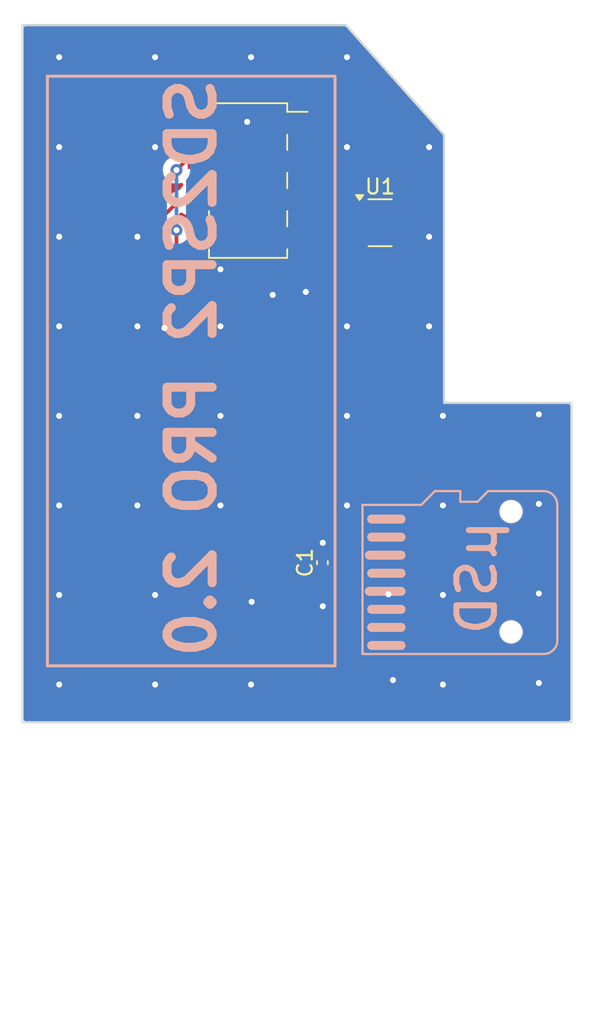
<source format=kicad_pcb>
(kicad_pcb (version 20240108) (generator "pcbnew") (generator_version "8.0")
  (layers (0 "F.Cu" signal) (31 "B.Cu" signal) (34 "B.Paste" user) (35 "F.Paste" user) (36 "B.SilkS" user "B.Silkscreen") (37 "F.SilkS" user "F.Silkscreen") (38 "B.Mask" user) (39 "F.Mask" user) (44 "Edge.Cuts" user))
  (net 0 "")
  (net 1 "/+3.3")
  (net 2 "GND")
  (net 3 "/DI")
  (net 4 "/CS")
  (net 6 "/DO")
  (net 7 "/CLK")
  (net 9 "Net-(J3-CMD)")
  (footprint "Capacitor_SMD:C_0402_1005Metric" (layer "F.Cu") (at 94.0054 90.3986 90)
    (property "Reference" "C1" (at 0 -1.16 90) (layer "F.SilkS"))
    (property "Value" "22u")
    (fp_line (start -0.107836 -0.36) (end 0.107836 -0.36) (stroke (width 0.12)) (layer "F.SilkS"))
    (fp_line (start -0.107836 0.36) (end 0.107836 0.36) (stroke (width 0.12)) (layer "F.SilkS"))
    (pad "1" smd roundrect (at -0.48 0 90) (size 0.56 0.62) (layers "F.Cu" "F.Paste" "F.Mask") (net 1 "/+3.3"))
    (pad "2" smd roundrect (at 0.48 0 90) (size 0.56 0.62) (layers "F.Cu" "F.Paste" "F.Mask") (net 2 "GND"))
  )
  (footprint "Connector_PinSocket_2.54mm:PinSocket_2x04_P2.54mm_Vertical_SMD" (layer "F.Cu") (at 89.064 65)
    (property "Reference" "J2")
    (property "Value" "Conn_02x04_Odd_Even")
    (fp_line (start -2.6 -5.14) (end -2.6 -4.57) (stroke (width 0.12)) (layer "F.SilkS"))
    (fp_line (start -2.6 -5.14) (end 2.6 -5.14) (stroke (width 0.12)) (layer "F.SilkS"))
    (fp_line (start -2.6 -3.05) (end -2.6 -2.03) (stroke (width 0.12)) (layer "F.SilkS"))
    (fp_line (start -2.6 -0.51) (end -2.6 0.51) (stroke (width 0.12)) (layer "F.SilkS"))
    (fp_line (start -2.6 2.03) (end -2.6 3.05) (stroke (width 0.12)) (layer "F.SilkS"))
    (fp_line (start -2.6 4.57) (end -2.6 5.14) (stroke (width 0.12)) (layer "F.SilkS"))
    (fp_line (start -2.6 5.14) (end 2.6 5.14) (stroke (width 0.12)) (layer "F.SilkS"))
    (fp_line (start 2.6 -5.14) (end 2.6 -4.57) (stroke (width 0.12)) (layer "F.SilkS"))
    (fp_line (start 2.6 -4.57) (end 3.96 -4.57) (stroke (width 0.12)) (layer "F.SilkS"))
    (fp_line (start 2.6 -3.05) (end 2.6 -2.03) (stroke (width 0.12)) (layer "F.SilkS"))
    (fp_line (start 2.6 -0.51) (end 2.6 0.51) (stroke (width 0.12)) (layer "F.SilkS"))
    (fp_line (start 2.6 2.03) (end 2.6 3.05) (stroke (width 0.12)) (layer "F.SilkS"))
    (fp_line (start 2.6 4.57) (end 2.6 5.14) (stroke (width 0.12)) (layer "F.SilkS"))
    (pad "1" smd rect (at 2.52 -3.81) (size 3 1) (layers "F.Cu" "F.Paste" "F.Mask") (net 1 "/+3.3"))
    (pad "2" smd rect (at -2.52 -3.81) (size 3 1) (layers "F.Cu" "F.Paste" "F.Mask") (net 2 "GND"))
    (pad "3" smd rect (at 2.52 -1.27) (size 3 1) (layers "F.Cu" "F.Paste" "F.Mask"))
    (pad "4" smd rect (at -2.52 -1.27) (size 3 1) (layers "F.Cu" "F.Paste" "F.Mask") (net 7 "/CLK"))
    (pad "5" smd rect (at 2.52 1.27) (size 3 1) (layers "F.Cu" "F.Paste" "F.Mask") (net 6 "/DO"))
    (pad "6" smd rect (at -2.52 1.27) (size 3 1) (layers "F.Cu" "F.Paste" "F.Mask") (net 3 "/DI"))
    (pad "7" smd rect (at 2.52 3.81) (size 3 1) (layers "F.Cu" "F.Paste" "F.Mask") (net 4 "/CS"))
    (pad "8" smd rect (at -2.52 3.81) (size 3 1) (layers "F.Cu" "F.Paste" "F.Mask") (net 2 "GND"))
  )
  (footprint "VideoGames_KiCad6:Micro_SD_C113206" (layer "F.Cu") (at 95.8 87.8 90)
    (property "Reference" "J3")
    (property "Value" "Micro_SD_Card")
    (pad "" np_thru_hole circle (at -7.2 10.75 90) (size 1.05 1.05) (drill 1.05) (layers "*.Cu" "*.Mask"))
    (pad "" np_thru_hole circle (at 0.8 10.75 90) (size 1.05 1.05) (drill 1.05) (layers "*.Cu" "*.Mask"))
    (pad "1" smd rect (at 0 -0.25 90) (size 0.7 1.6) (layers "F.Cu" "F.Paste" "F.Mask"))
    (pad "2" smd rect (at -1.1 -0.25 90) (size 0.7 1.6) (layers "F.Cu" "F.Paste" "F.Mask") (net 2 "GND"))
    (pad "3" smd rect (at -2.2 -0.25 90) (size 0.7 1.6) (layers "F.Cu" "F.Paste" "F.Mask") (net 9 "Net-(J3-CMD)"))
    (pad "4" smd rect (at -3.3 -0.25 90) (size 0.7 1.6) (layers "F.Cu" "F.Paste" "F.Mask") (net 1 "/+3.3"))
    (pad "5" smd rect (at -4.4 -0.25 90) (size 0.7 1.6) (layers "F.Cu" "F.Paste" "F.Mask") (net 7 "/CLK"))
    (pad "6" smd rect (at -5.5 -0.25 90) (size 0.7 1.6) (layers "F.Cu" "F.Paste" "F.Mask") (net 2 "GND"))
    (pad "7" smd rect (at -6.6 -0.25 90) (size 0.7 1.6) (layers "F.Cu" "F.Paste" "F.Mask") (net 3 "/DI"))
    (pad "8" smd rect (at -7.7 -0.25 90) (size 0.7 1.6) (layers "F.Cu" "F.Paste" "F.Mask"))
    (pad "9" smd rect (at -8.8 -0.25 90) (size 0.7 1.6) (layers "F.Cu" "F.Paste" "F.Mask") (net 2 "GND"))
    (pad "SH" smd rect (at -10.2 0.5 90) (size 1.6 1.5) (layers "F.Cu" "F.Paste" "F.Mask"))
    (pad "SH" smd rect (at -10 10.35 90) (size 1.2 2.2) (layers "F.Cu" "F.Paste" "F.Mask"))
    (pad "SH" smd rect (at 4.6 0.5 90) (size 1.6 1.5) (layers "F.Cu" "F.Paste" "F.Mask"))
    (pad "SH" smd rect (at 5.5 10.35 90) (size 1.2 2.2) (layers "F.Cu" "F.Paste" "F.Mask"))
  )
  (footprint "Package_TO_SOT_SMD:SC-74A-5_1.55x2.9mm_P0.95mm" (layer "F.Cu") (at 97.8408 67.8039)
    (property "Reference" "U1" (at 0 -2.4 0) (layer "F.SilkS"))
    (property "Value" "74AHC1G32")
    (fp_line (start 0 -1.56) (end -0.775 -1.56) (stroke (width 0.12)) (layer "F.SilkS"))
    (fp_line (start 0 -1.56) (end 0.775 -1.56) (stroke (width 0.12)) (layer "F.SilkS"))
    (fp_line (start 0 1.56) (end -0.775 1.56) (stroke (width 0.12)) (layer "F.SilkS"))
    (fp_line (start 0 1.56) (end 0.775 1.56) (stroke (width 0.12)) (layer "F.SilkS"))
    (fp_poly (pts (xy -1.3625 -1.51) (xy -1.6025 -1.84) (xy -1.1225 -1.84) (xy -1.3625 -1.51)) (stroke (width 0.12)) (fill solid) (layer "F.SilkS"))
    (pad "1" smd roundrect (at -1.15 -0.95) (size 1.6 0.6) (layers "F.Cu" "F.Paste" "F.Mask") (net 6 "/DO"))
    (pad "2" smd roundrect (at -1.15 0) (size 1.6 0.6) (layers "F.Cu" "F.Paste" "F.Mask") (net 4 "/CS"))
    (pad "3" smd roundrect (at -1.15 0.95) (size 1.6 0.6) (layers "F.Cu" "F.Paste" "F.Mask") (net 2 "GND"))
    (pad "4" smd roundrect (at 1.15 0.95) (size 1.6 0.6) (layers "F.Cu" "F.Paste" "F.Mask") (net 9 "Net-(J3-CMD)"))
    (pad "5" smd roundrect (at 1.15 -0.95) (size 1.6 0.6) (layers "F.Cu" "F.Paste" "F.Mask") (net 1 "/+3.3"))
  )
  (gr_line (start 101.482047 85.640046) (end 103.1748 85.640046) (stroke (width 0.15)) (layer "B.SilkS"))
  (gr_line (start 101.482047 85.640046) (end 100.584 86.5566) (stroke (width 0.15)) (layer "B.SilkS"))
  (gr_line (start 97.2804 91.1008) (end 99.2362 91.1008) (stroke (width 0.6)) (layer "B.SilkS"))
  (gr_line (start 96.6724 86.5566) (end 96.6724 96.4692) (stroke (width 0.15)) (layer "B.SilkS"))
  (gr_line (start 97.1296 92.3008) (end 99.2362 92.3008) (stroke (width 0.6)) (layer "B.SilkS"))
  (gr_line (start 103.1748 86.351246) (end 103.1748 85.640046) (stroke (width 0.15)) (layer "B.SilkS"))
  (gr_line (start 97.1296 89.9008) (end 99.2362 89.9008) (stroke (width 0.6)) (layer "B.SilkS"))
  (gr_line (start 105.029 85.640046) (end 104.3178 86.351246) (stroke (width 0.15)) (layer "B.SilkS"))
  (gr_line (start 96.6724 96.4692) (end 98.0948 96.4692) (stroke (width 0.15)) (layer "B.SilkS"))
  (gr_line (start 97.2804 94.7008) (end 99.2362 94.7008) (stroke (width 0.6)) (layer "B.SilkS"))
  (gr_line (start 97.2804 95.9008) (end 99.2362 95.9008) (stroke (width 0.6)) (layer "B.SilkS"))
  (gr_line (start 97.2804 88.7008) (end 99.2362 88.7008) (stroke (width 0.6)) (layer "B.SilkS"))
  (gr_rect (start 75.7174 58.0644) (end 94.8436 97.2566) (stroke (width 0.2)) (fill none) (layer "B.SilkS"))
  (gr_line (start 100.584 86.5566) (end 96.6724 86.5566) (stroke (width 0.15)) (layer "B.SilkS"))
  (gr_line (start 108.712 85.640046) (end 105.029 85.640046) (stroke (width 0.15)) (layer "B.SilkS"))
  (gr_line (start 98.0948 96.4692) (end 108.7374 96.4692) (stroke (width 0.15)) (layer "B.SilkS"))
  (gr_line (start 97.2804 93.5008) (end 99.2362 93.5008) (stroke (width 0.6)) (layer "B.SilkS"))
  (gr_line (start 97.2804 87.5008) (end 99.2362 87.5008) (stroke (width 0.6)) (layer "B.SilkS"))
  (gr_line (start 109.626752 95.5548) (end 109.626752 86.554798) (stroke (width 0.15)) (layer "B.SilkS"))
  (gr_line (start 104.3178 86.351246) (end 103.1748 86.351246) (stroke (width 0.15)) (layer "B.SilkS"))
  (gr_arc (start 108.712 85.640046) (mid 109.358827 85.907971) (end 109.626752 86.554798) (stroke (width 0.15)) (layer "B.SilkS"))
  (gr_arc (start 109.626752 95.5548) (mid 109.358827 96.201627) (end 108.712 96.469552) (stroke (width 0.15)) (layer "B.SilkS"))
  (gr_line (start 102.1 61.97) (end 102.1 79.78) (stroke (width 0.15)) (layer "Edge.Cuts"))
  (gr_line (start 102.1 79.78) (end 110.564286 79.78) (stroke (width 0.15)) (layer "Edge.Cuts"))
  (gr_line (start 110.564286 101) (end 110.564286 79.78) (stroke (width 0.15)) (layer "Edge.Cuts"))
  (gr_line (start 74.064286 54.67) (end 74.064286 101) (stroke (width 0.15)) (layer "Edge.Cuts"))
  (gr_line (start 74.064286 54.67) (end 95.564286 54.67) (stroke (width 0.15)) (layer "Edge.Cuts"))
  (gr_line (start 74.064286 101) (end 110.564286 101) (stroke (width 0.15)) (layer "Edge.Cuts"))
  (gr_line (start 95.564286 54.67) (end 102.1 61.97) (stroke (width 0.15)) (layer "Edge.Cuts"))
  (gr_text "SD2SP2 PRO 2.0" (at 87.0712 57.912 90) (layer "B.SilkS") (effects (font (size 3 3) (thickness 0.6) (bold yes)) (justify left bottom mirror)))
  (gr_text "µSD" (at 105.7402 87.376 90) (layer "B.SilkS") (effects (font (size 2.5 2.5) (thickness 0.4)) (justify left bottom mirror)))
  (segment (start 91.733953 91.1) (end 88.8 88.166047) (width 1) (layer "F.Cu") (net 1))
  (segment (start 98.9908 63.1514) (end 98.9908 66.8539) (width 1) (layer "F.Cu") (net 1))
  (segment (start 88.8 88.166047) (end 88.8 63.114978) (width 1) (layer "F.Cu") (net 1))
  (segment (start 90.724978 61.19) (end 91.584 61.19) (width 1) (layer "F.Cu") (net 1))
  (segment (start 97.0294 61.19) (end 98.9908 63.1514) (width 1) (layer "F.Cu") (net 1))
  (segment (start 88.8 63.114978) (end 90.724978 61.19) (width 1) (layer "F.Cu") (net 1))
  (segment (start 91.584 61.19) (end 97.0294 61.19) (width 1) (layer "F.Cu") (net 1))
  (segment (start 95.55 91.1) (end 91.733953 91.1) (width 1) (layer "F.Cu") (net 1))
  (via (at 101.1 62.780569) (size 0.8) (drill 0.4) (layers "F.Cu" "B.Cu") (net 2))
  (via (at 108.4 98.399585) (size 0.8) (drill 0.4) (layers "F.Cu" "B.Cu") (net 2))
  (via (at 76.5 68.733739) (size 0.8) (drill 0.4) (layers "F.Cu" "B.Cu") (net 2))
  (via (at 82.88 98.499585) (size 0.8) (drill 0.4) (layers "F.Cu" "B.Cu") (net 2))
  (via (at 102.02 98.499585) (size 0.8) (drill 0.4) (layers "F.Cu" "B.Cu") (net 2))
  (via (at 95.64 62.780569) (size 0.8) (drill 0.4) (layers "F.Cu" "B.Cu") (net 2))
  (via (at 108.4 92.446416) (size 0.8) (drill 0.4) (layers "F.Cu" "B.Cu") (net 2))
  (via (at 98.69756 98.2) (size 0.8) (drill 0.4) (layers "F.Cu" "B.Cu") (net 2))
  (via (at 95.64 86.593247) (size 0.8) (drill 0.4) (layers "F.Cu" "B.Cu") (net 2))
  (via (at 81.7 80.640077) (size 0.8) (drill 0.4) (layers "F.Cu" "B.Cu") (net 2))
  (via (at 108.4 86.493247) (size 0.8) (drill 0.4) (layers "F.Cu" "B.Cu") (net 2))
  (via (at 101.1 68.733739) (size 0.8) (drill 0.4) (layers "F.Cu" "B.Cu") (net 2))
  (via (at 76.5 86.593247) (size 0.8) (drill 0.4) (layers "F.Cu" "B.Cu") (net 2))
  (via (at 102.02 92.546416) (size 0.8) (drill 0.4) (layers "F.Cu" "B.Cu") (net 2))
  (via (at 87.224879 70.9) (size 0.8) (drill 0.4) (layers "F.Cu" "B.Cu") (net 2))
  (via (at 94.0308 89.0778) (size 0.8) (drill 0.4) (layers "F.Cu" "B.Cu") (net 2))
  (via (at 102.02 86.593247) (size 0.8) (drill 0.4) (layers "F.Cu" "B.Cu") (net 2))
  (via (at 81.7 68.733739) (size 0.8) (drill 0.4) (layers "F.Cu" "B.Cu") (net 2))
  (via (at 95.64 56.8) (size 0.8) (drill 0.4) (layers "F.Cu" "B.Cu") (net 2))
  (via (at 89.3 93) (size 0.8) (drill 0.4) (layers "F.Cu" "B.Cu") (net 2))
  (via (at 76.5 80.640077) (size 0.8) (drill 0.4) (layers "F.Cu" "B.Cu") (net 2))
  (via (at 89.26 98.499585) (size 0.8) (drill 0.4) (layers "F.Cu" "B.Cu") (net 2))
  (via (at 76.5 56.8) (size 0.8) (drill 0.4) (layers "F.Cu" "B.Cu") (net 2))
  (via (at 98.39756 92.5) (size 0.8) (drill 0.4) (layers "F.Cu" "B.Cu") (net 2))
  (via (at 87.224879 86.593247) (size 0.8) (drill 0.4) (layers "F.Cu" "B.Cu") (net 2))
  (via (at 108.4 80.540077) (size 0.8) (drill 0.4) (layers "F.Cu" "B.Cu") (net 2))
  (via (at 92.9 72.4) (size 0.8) (drill 0.4) (layers "F.Cu" "B.Cu") (net 2))
  (via (at 76.5 62.780569) (size 0.8) (drill 0.4) (layers "F.Cu" "B.Cu") (net 2))
  (via (at 95.64 74.686908) (size 0.8) (drill 0.4) (layers "F.Cu" "B.Cu") (net 2))
  (via (at 87.224879 80.640077) (size 0.8) (drill 0.4) (layers "F.Cu" "B.Cu") (net 2))
  (via (at 87.224879 74.686908) (size 0.8) (drill 0.4) (layers "F.Cu" "B.Cu") (net 2))
  (via (at 82.88 62.780569) (size 0.8) (drill 0.4) (layers "F.Cu" "B.Cu") (net 2))
  (via (at 89 61.1) (size 0.8) (drill 0.4) (layers "F.Cu" "B.Cu") (net 2))
  (via (at 89.26 56.8) (size 0.8) (drill 0.4) (layers "F.Cu" "B.Cu") (net 2))
  (via (at 81.7 86.593247) (size 0.8) (drill 0.4) (layers "F.Cu" "B.Cu") (net 2))
  (via (at 102.02 80.640077) (size 0.8) (drill 0.4) (layers "F.Cu" "B.Cu") (net 2))
  (via (at 82.88 56.8) (size 0.8) (drill 0.4) (layers "F.Cu" "B.Cu") (net 2))
  (via (at 83.5 74.8) (size 0.8) (drill 0.4) (layers "F.Cu" "B.Cu") (net 2))
  (via (at 90.7 72.6) (size 0.8) (drill 0.4) (layers "F.Cu" "B.Cu") (net 2))
  (via (at 94.0308 93.2942) (size 0.8) (drill 0.4) (layers "F.Cu" "B.Cu") (net 2))
  (via (at 81.7 74.686908) (size 0.8) (drill 0.4) (layers "F.Cu" "B.Cu") (net 2))
  (via (at 82.88 92.546416) (size 0.8) (drill 0.4) (layers "F.Cu" "B.Cu") (net 2))
  (via (at 76.5 98.499585) (size 0.8) (drill 0.4) (layers "F.Cu" "B.Cu") (net 2))
  (via (at 95.64 80.640077) (size 0.8) (drill 0.4) (layers "F.Cu" "B.Cu") (net 2))
  (via (at 101.1 74.686908) (size 0.8) (drill 0.4) (layers "F.Cu" "B.Cu") (net 2))
  (via (at 76.5 92.546416) (size 0.8) (drill 0.4) (layers "F.Cu" "B.Cu") (net 2))
  (via (at 76.5 74.686908) (size 0.8) (drill 0.4) (layers "F.Cu" "B.Cu") (net 2))
  (segment (start 82.604283 74.386805) (end 82.604283 88.504283) (width 0.25) (layer "F.Cu") (net 3))
  (segment (start 82.6 74.382522) (end 82.604283 74.386805) (width 0.25) (layer "F.Cu") (net 3))
  (segment (start 82.604283 69.033842) (end 82.6 69.038125) (width 0.25) (layer "F.Cu") (net 3))
  (segment (start 88.5 94.4) (end 95.55 94.4) (width 0.25) (layer "F.Cu") (net 3))
  (segment (start 82.6 68.2) (end 82.6 68.429353) (width 0.25) (layer "F.Cu") (net 3))
  (segment (start 84.53 66.27) (end 82.6 68.2) (width 0.25) (layer "F.Cu") (net 3))
  (segment (start 86.544 66.27) (end 84.53 66.27) (width 0.25) (layer "F.Cu") (net 3))
  (segment (start 82.6 69.038125) (end 82.6 74.382522) (width 0.25) (layer "F.Cu") (net 3))
  (segment (start 82.604283 68.433636) (end 82.604283 69.033842) (width 0.25) (layer "F.Cu") (net 3))
  (segment (start 82.6 68.429353) (end 82.604283 68.433636) (width 0.25) (layer "F.Cu") (net 3))
  (segment (start 82.604283 88.504283) (end 88.5 94.4) (width 0.25) (layer "F.Cu") (net 3))
  (segment (start 94.1719 67.8039) (end 96.6908 67.8039) (width 0.25) (layer "F.Cu") (net 4))
  (segment (start 91.584 68.81) (end 93.1658 68.81) (width 0.25) (layer "F.Cu") (net 4))
  (segment (start 93.1658 68.81) (end 94.1719 67.8039) (width 0.25) (layer "F.Cu") (net 4))
  (segment (start 93.5242 66.27) (end 94.1222 66.868) (width 0.25) (layer "F.Cu") (net 6))
  (segment (start 96.6767 66.868) (end 96.6908 66.8539) (width 0.25) (layer "F.Cu") (net 6))
  (segment (start 91.584 66.27) (end 93.5242 66.27) (width 0.25) (layer "F.Cu") (net 6))
  (segment (start 94.1222 66.868) (end 96.6767 66.868) (width 0.25) (layer "F.Cu") (net 6))
  (segment (start 84.87 63.73) (end 86.544 63.73) (width 0.25) (layer "F.Cu") (net 7))
  (segment (start 84.3 88) (end 88.5 92.2) (width 0.25) (layer "F.Cu") (net 7))
  (segment (start 84.3 64.3) (end 84.87 63.73) (width 0.25) (layer "F.Cu") (net 7))
  (segment (start 88.5 92.2) (end 95.55 92.2) (width 0.25) (layer "F.Cu") (net 7))
  (segment (start 84.3 68.3) (end 84.3 88) (width 0.25) (layer "F.Cu") (net 7))
  (via (at 84.3 68.3) (size 0.8) (drill 0.4) (layers "F.Cu" "B.Cu") (net 7))
  (via (at 84.3 64.3) (size 0.8) (drill 0.4) (layers "F.Cu" "B.Cu") (net 7))
  (segment (start 84.3 68.3) (end 84.3 64.3) (width 0.25) (layer "B.Cu") (net 7))
  (segment (start 97.0202 90) (end 95.55 90) (width 0.25) (layer "F.Cu") (net 9))
  (segment (start 98.9908 68.7539) (end 98.9908 88.0294) (width 0.25) (layer "F.Cu") (net 9))
  (segment (start 98.9908 88.0294) (end 97.0202 90) (width 0.25) (layer "F.Cu") (net 9))
  (zone (net 2) (net_name "GND") (layers "F&B.Cu") (connect_pads (clearance 0.508)) (min_thickness 0.254) (fill yes (thermal_gap 0.508) (thermal_bridge_width 0.508))
    (polygon (pts (xy 72.564286 121) (xy 111.564286 121) (xy 111.564286 53) (xy 72.564286 53)))
  )
)
</source>
